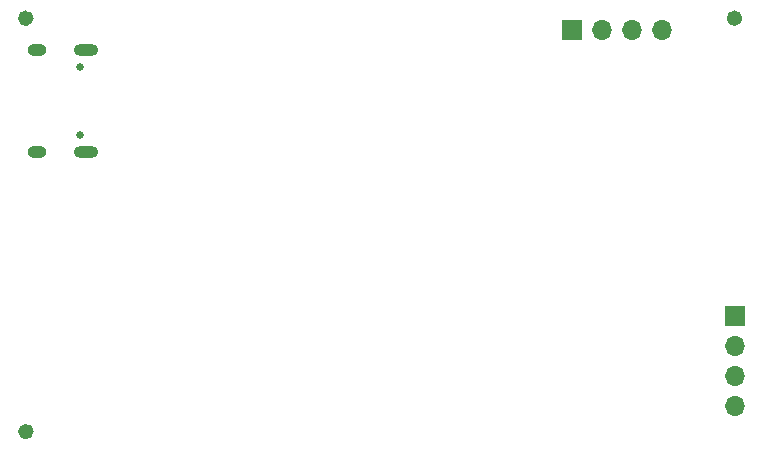
<source format=gbr>
G04 #@! TF.GenerationSoftware,KiCad,Pcbnew,(6.0.7)*
G04 #@! TF.CreationDate,2023-02-23T11:47:35-08:00*
G04 #@! TF.ProjectId,SwitchControllerBoard,53776974-6368-4436-9f6e-74726f6c6c65,rev?*
G04 #@! TF.SameCoordinates,Original*
G04 #@! TF.FileFunction,Soldermask,Bot*
G04 #@! TF.FilePolarity,Negative*
%FSLAX46Y46*%
G04 Gerber Fmt 4.6, Leading zero omitted, Abs format (unit mm)*
G04 Created by KiCad (PCBNEW (6.0.7)) date 2023-02-23 11:47:35*
%MOMM*%
%LPD*%
G01*
G04 APERTURE LIST*
%ADD10C,0.650000*%
%ADD11R,1.700000X1.700000*%
%ADD12O,1.700000X1.700000*%
%ADD13C,1.152000*%
%ADD14C,0.650000*%
%ADD15O,2.100000X1.000000*%
%ADD16O,1.600000X1.000000*%
G04 APERTURE END LIST*
D10*
X106325000Y-71000000D02*
G75*
G03*
X106325000Y-71000000I-325000J0D01*
G01*
X166325000Y-36000000D02*
G75*
G03*
X166325000Y-36000000I-325000J0D01*
G01*
X106325000Y-36000000D02*
G75*
G03*
X106325000Y-36000000I-325000J0D01*
G01*
D11*
X152200000Y-37000000D03*
D12*
X154740000Y-37000000D03*
X157280000Y-37000000D03*
X159820000Y-37000000D03*
D13*
X106000000Y-71000000D03*
X166000000Y-36000000D03*
D14*
X110605000Y-45890000D03*
X110605000Y-40110000D03*
D15*
X111105000Y-47320000D03*
X111105000Y-38680000D03*
D16*
X106925000Y-47320000D03*
X106925000Y-38680000D03*
D13*
X106000000Y-36000000D03*
D11*
X166000000Y-61200000D03*
D12*
X166000000Y-63740000D03*
X166000000Y-66280000D03*
X166000000Y-68820000D03*
M02*

</source>
